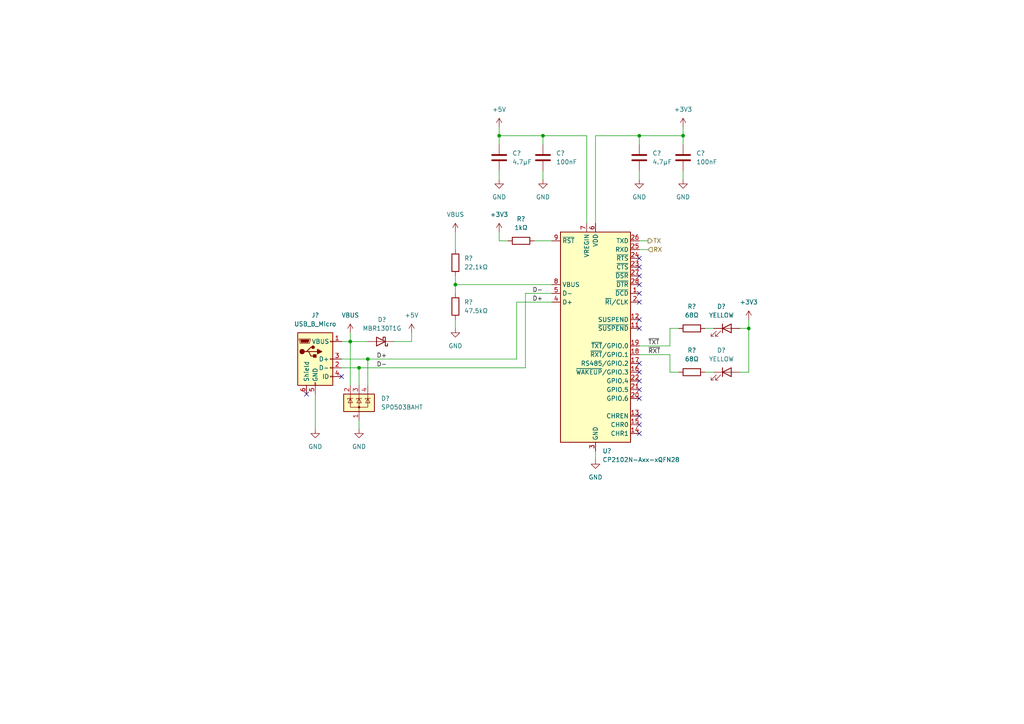
<source format=kicad_sch>
(kicad_sch (version 20211123) (generator eeschema)
  (paper "A4")
  (lib_symbols
    (symbol "Connector:USB_B_Micro" (pin_names (offset 1.016))
      (property "Reference" "J" (at -5.08 11.43 0))
      (property "Value" "USB_B_Micro" (at -5.08 8.89 0))
      (symbol "USB_B_Micro_0_1"
        (rectangle (start -5.08 -7.62) (end 5.08 7.62) (stroke (width 0.254)) (fill (type background)))
        (circle (center -3.81 2.159) (radius 0.635) (stroke (width 0.254)) (fill (type outline)))
        (circle (center -0.635 3.429) (radius 0.381) (stroke (width 0.254)) (fill (type outline)))
        (rectangle (start -0.127 -7.62) (end 0.127 -6.858))
        (polyline (pts (xy -1.905 2.159) (xy 0.635 2.159)) (stroke (width 0.254)))
        (polyline (pts (xy -3.175 2.159) (xy -2.54 2.159) (xy -1.27 3.429) (xy -0.635 3.429)) (stroke (width 0.254)))
        (polyline (pts (xy -2.54 2.159) (xy -1.905 2.159) (xy -1.27 0.889) (xy 0 0.889)) (stroke (width 0.254)))
        (polyline (pts (xy 0.635 2.794) (xy 0.635 1.524) (xy 1.905 2.159) (xy 0.635 2.794)) (stroke (width 0.254)) (fill (type outline)))
        (polyline (pts (xy -4.318 5.588) (xy -1.778 5.588) (xy -2.032 4.826) (xy -4.064 4.826) (xy -4.318 5.588)) (fill (type outline)))
        (polyline (pts (xy -4.699 5.842) (xy -4.699 5.588) (xy -4.445 4.826) (xy -4.445 4.572) (xy -1.651 4.572) (xy -1.651 4.826) (xy -1.397 5.588) (xy -1.397 5.842) (xy -4.699 5.842)))
        (rectangle (start 0.254 1.27) (end -0.508 0.508) (stroke (width 0.254)) (fill (type outline)))
        (rectangle (start 5.08 -5.207) (end 4.318 -4.953))
        (rectangle (start 5.08 -2.667) (end 4.318 -2.413))
        (rectangle (start 5.08 -0.127) (end 4.318 0.127))
        (rectangle (start 5.08 4.953) (end 4.318 5.207))
      )
      (symbol "USB_B_Micro_1_1"
        (pin power_out line (at 7.62 5.08 180) (length 2.54) (name "VBUS") (number "1"))
        (pin bidirectional line (at 7.62 -2.54 180) (length 2.54) (name "D-") (number "2"))
        (pin bidirectional line (at 7.62 0 180) (length 2.54) (name "D+") (number "3"))
        (pin passive line (at 7.62 -5.08 180) (length 2.54) (name "ID") (number "4"))
        (pin power_out line (at 0 -10.16 90) (length 2.54) (name "GND") (number "5"))
        (pin passive line (at -2.54 -10.16 90) (length 2.54) (name "Shield") (number "6"))
      )
    )
    (symbol "Device:C" (pin_numbers hide) (pin_names (offset 0.254))
      (property "Reference" "C" (at 0.635 2.54 0))
      (property "Value" "C" (at 0.635 -2.54 0))
      (symbol "C_0_1"
        (polyline (pts (xy -2.032 -0.762) (xy 2.032 -0.762)) (stroke (width 0.508)))
        (polyline (pts (xy -2.032 0.762) (xy 2.032 0.762)) (stroke (width 0.508)))
      )
      (symbol "C_1_1"
        (pin passive line (at 0 3.81 270) (length 2.794) (name "~") (number "1"))
        (pin passive line (at 0 -3.81 90) (length 2.794) (name "~") (number "2"))
      )
    )
    (symbol "Device:D_Schottky" (pin_numbers hide) (pin_names (offset 1.016) hide)
      (property "Reference" "D" (at 0 2.54 0))
      (property "Value" "D_Schottky" (at 0 -2.54 0))
      (symbol "D_Schottky_0_1"
        (polyline (pts (xy 1.27 0) (xy -1.27 0)))
        (polyline (pts (xy 1.27 1.27) (xy 1.27 -1.27) (xy -1.27 0) (xy 1.27 1.27)) (stroke (width 0.254)))
        (polyline (pts (xy -1.905 0.635) (xy -1.905 1.27) (xy -1.27 1.27) (xy -1.27 -1.27) (xy -0.635 -1.27) (xy -0.635 -0.635)) (stroke (width 0.254)))
      )
      (symbol "D_Schottky_1_1"
        (pin passive line (at -3.81 0 0) (length 2.54) (name "K") (number "1"))
        (pin passive line (at 3.81 0 180) (length 2.54) (name "A") (number "2"))
      )
    )
    (symbol "Device:LED" (pin_numbers hide) (pin_names (offset 1.016) hide)
      (property "Reference" "D" (at 0 2.54 0))
      (property "Value" "LED" (at 0 -2.54 0))
      (symbol "LED_0_1"
        (polyline (pts (xy -1.27 -1.27) (xy -1.27 1.27)) (stroke (width 0.254)))
        (polyline (pts (xy -1.27 0) (xy 1.27 0)))
        (polyline (pts (xy 1.27 -1.27) (xy 1.27 1.27) (xy -1.27 0) (xy 1.27 -1.27)) (stroke (width 0.254)))
        (polyline (pts (xy -3.048 -0.762) (xy -4.572 -2.286) (xy -3.81 -2.286) (xy -4.572 -2.286) (xy -4.572 -1.524)))
        (polyline (pts (xy -1.778 -0.762) (xy -3.302 -2.286) (xy -2.54 -2.286) (xy -3.302 -2.286) (xy -3.302 -1.524)))
      )
      (symbol "LED_1_1"
        (pin passive line (at -3.81 0 0) (length 2.54) (name "K") (number "1"))
        (pin passive line (at 3.81 0 180) (length 2.54) (name "A") (number "2"))
      )
    )
    (symbol "Device:R" (pin_numbers hide) (pin_names (offset 0))
      (property "Reference" "R" (at 2.032 0 90))
      (property "Value" "R" (at 0 0 90))
      (symbol "R_0_1"
        (rectangle (start -1.016 -2.54) (end 1.016 2.54) (stroke (width 0.254)))
      )
      (symbol "R_1_1"
        (pin passive line (at 0 3.81 270) (length 1.27) (name "~") (number "1"))
        (pin passive line (at 0 -3.81 90) (length 1.27) (name "~") (number "2"))
      )
    )
    (symbol "Interface_USB:CP2102N-Axx-xQFN28"
      (property "Reference" "U" (at -8.89 31.75 0))
      (property "Value" "CP2102N-Axx-xQFN28" (at 12.7 31.75 0))
      (symbol "CP2102N-Axx-xQFN28_0_1"
        (rectangle (start -10.16 30.48) (end 10.16 -30.48) (stroke (width 0.254)) (fill (type background)))
      )
      (symbol "CP2102N-Axx-xQFN28_1_1"
        (pin input line (at 12.7 12.7 180) (length 2.54) (name "~{DCD}") (number "1"))
        (pin no_connect line (at -10.16 -27.94 0) (length 2.54) hide (name "NC") (number "10"))
        (pin output line (at 12.7 2.54 180) (length 2.54) (name "~{SUSPEND}") (number "11"))
        (pin output line (at 12.7 5.08 180) (length 2.54) (name "SUSPEND") (number "12"))
        (pin output line (at 12.7 -22.86 180) (length 2.54) (name "CHREN") (number "13"))
        (pin output line (at 12.7 -27.94 180) (length 2.54) (name "CHR1") (number "14"))
        (pin output line (at 12.7 -25.4 180) (length 2.54) (name "CHR0") (number "15"))
        (pin bidirectional line (at 12.7 -10.16 180) (length 2.54) (name "~{WAKEUP}/GPIO.3") (number "16"))
        (pin bidirectional line (at 12.7 -7.62 180) (length 2.54) (name "RS485/GPIO.2") (number "17"))
        (pin bidirectional line (at 12.7 -5.08 180) (length 2.54) (name "~{RXT}/GPIO.1") (number "18"))
        (pin bidirectional line (at 12.7 -2.54 180) (length 2.54) (name "~{TXT}/GPIO.0") (number "19"))
        (pin bidirectional line (at 12.7 10.16 180) (length 2.54) (name "~{RI}/CLK") (number "2"))
        (pin bidirectional line (at 12.7 -17.78 180) (length 2.54) (name "GPIO.6") (number "20"))
        (pin bidirectional line (at 12.7 -15.24 180) (length 2.54) (name "GPIO.5") (number "21"))
        (pin bidirectional line (at 12.7 -12.7 180) (length 2.54) (name "GPIO.4") (number "22"))
        (pin input line (at 12.7 20.32 180) (length 2.54) (name "~{CTS}") (number "23"))
        (pin output line (at 12.7 22.86 180) (length 2.54) (name "~{RTS}") (number "24"))
        (pin input line (at 12.7 25.4 180) (length 2.54) (name "RXD") (number "25"))
        (pin output line (at 12.7 27.94 180) (length 2.54) (name "TXD") (number "26"))
        (pin input line (at 12.7 17.78 180) (length 2.54) (name "~{DSR}") (number "27"))
        (pin output line (at 12.7 15.24 180) (length 2.54) (name "~{DTR}") (number "28"))
        (pin passive line (at 0 -33.02 90) (length 2.54) hide (name "GND") (number "29"))
        (pin power_in line (at 0 -33.02 90) (length 2.54) (name "GND") (number "3"))
        (pin bidirectional line (at -12.7 10.16 0) (length 2.54) (name "D+") (number "4"))
        (pin bidirectional line (at -12.7 12.7 0) (length 2.54) (name "D-") (number "5"))
        (pin power_in line (at 0 33.02 270) (length 2.54) (name "VDD") (number "6"))
        (pin power_in line (at -2.54 33.02 270) (length 2.54) (name "VREGIN") (number "7"))
        (pin input line (at -12.7 15.24 0) (length 2.54) (name "VBUS") (number "8"))
        (pin input line (at -12.7 27.94 0) (length 2.54) (name "~{RST}") (number "9"))
      )
    )
    (symbol "Power_Protection:SP0503BAHT" (pin_names hide)
      (property "Reference" "D" (at 5.715 2.54 0))
      (property "Value" "SP0503BAHT" (at 5.715 0.635 0))
      (symbol "SP0503BAHT_0_0"
        (pin passive line (at 0 -5.08 90) (length 2.54) (name "A") (number "1"))
      )
      (symbol "SP0503BAHT_0_1"
        (rectangle (start -4.445 2.54) (end 4.445 -2.54) (stroke (width 0.254)) (fill (type background)))
        (circle (center 0 -1.27) (radius 0.254) (fill (type outline)))
        (polyline (pts (xy -2.54 2.54) (xy -2.54 1.27)))
        (polyline (pts (xy 0 -1.27) (xy 0 -2.54)))
        (polyline (pts (xy 0 -1.27) (xy 0 1.27)))
        (polyline (pts (xy 0 2.54) (xy 0 1.27)))
        (polyline (pts (xy 0.635 1.27) (xy 0.762 1.27)))
        (polyline (pts (xy 2.54 2.54) (xy 2.54 1.27)))
        (polyline (pts (xy 0.635 1.27) (xy -0.762 1.27) (xy -0.762 1.016)))
        (polyline (pts (xy -3.302 1.016) (xy -3.302 1.27) (xy -1.905 1.27) (xy -1.778 1.27)))
        (polyline (pts (xy -2.54 1.27) (xy -2.54 -1.27) (xy 2.54 -1.27) (xy 2.54 1.27)))
        (polyline (pts (xy -2.54 1.27) (xy -1.905 0) (xy -3.175 0) (xy -2.54 1.27)))
        (polyline (pts (xy 0.635 0) (xy -0.635 0) (xy 0 1.27) (xy 0.635 0)))
        (polyline (pts (xy 1.778 1.016) (xy 1.778 1.27) (xy 3.175 1.27) (xy 3.302 1.27)))
        (polyline (pts (xy 2.54 1.27) (xy 1.905 0) (xy 3.175 0) (xy 2.54 1.27)))
      )
      (symbol "SP0503BAHT_1_1"
        (pin passive line (at -2.54 5.08 270) (length 2.54) (name "K") (number "2"))
        (pin passive line (at 0 5.08 270) (length 2.54) (name "K") (number "3"))
        (pin passive line (at 2.54 5.08 270) (length 2.54) (name "K") (number "4"))
      )
    )
    (symbol "power:+3V3" (power) (pin_names (offset 0))
      (property "Value" "+3V3" (at 0 3.556 0))
      (symbol "+3V3_0_1"
        (polyline (pts (xy -0.762 1.27) (xy 0 2.54)))
        (polyline (pts (xy 0 0) (xy 0 2.54)))
        (polyline (pts (xy 0 2.54) (xy 0.762 1.27)))
      )
      (symbol "+3V3_1_1"
        (pin power_in line (at 0 0 90) (length 0) hide (name "+3V3") (number "1"))
      )
    )
    (symbol "power:+5V" (power) (pin_names (offset 0))
      (property "Value" "+5V" (at 0 3.556 0))
      (symbol "+5V_0_1"
        (polyline (pts (xy -0.762 1.27) (xy 0 2.54)))
        (polyline (pts (xy 0 0) (xy 0 2.54)))
        (polyline (pts (xy 0 2.54) (xy 0.762 1.27)))
      )
      (symbol "+5V_1_1"
        (pin power_in line (at 0 0 90) (length 0) hide (name "+5V") (number "1"))
      )
    )
    (symbol "power:GND" (power) (pin_names (offset 0))
      (property "Value" "GND" (at 0 -3.81 0))
      (symbol "GND_0_1"
        (polyline (pts (xy 0 0) (xy 0 -1.27) (xy 1.27 -1.27) (xy 0 -2.54) (xy -1.27 -1.27) (xy 0 -1.27)))
      )
      (symbol "GND_1_1"
        (pin power_in line (at 0 0 270) (length 0) hide (name "GND") (number "1"))
      )
    )
    (symbol "power:VBUS" (power) (pin_names (offset 0))
      (property "Value" "VBUS" (at 0 3.81 0))
      (symbol "VBUS_0_1"
        (polyline (pts (xy -0.762 1.27) (xy 0 2.54)))
        (polyline (pts (xy 0 0) (xy 0 2.54)))
        (polyline (pts (xy 0 2.54) (xy 0.762 1.27)))
      )
      (symbol "VBUS_1_1"
        (pin power_in line (at 0 0 90) (length 0) hide (name "VBUS") (number "1"))
      )
    )
  )
  (junction (at 106.68 104.14))
  (junction (at 157.48 39.37))
  (junction (at 144.78 39.37))
  (junction (at 198.12 39.37))
  (junction (at 185.42 39.37))
  (junction (at 132.08 82.55))
  (junction (at 217.17 95.25))
  (junction (at 101.6 99.06))
  (junction (at 104.14 106.68))
  (no_connect (at 185.42 74.93))
  (no_connect (at 185.42 120.65))
  (no_connect (at 185.42 80.01))
  (no_connect (at 88.9 114.3))
  (no_connect (at 185.42 115.57))
  (no_connect (at 185.42 123.19))
  (no_connect (at 185.42 125.73))
  (no_connect (at 185.42 107.95))
  (no_connect (at 185.42 87.63))
  (no_connect (at 185.42 82.55))
  (no_connect (at 185.42 92.71))
  (no_connect (at 185.42 110.49))
  (no_connect (at 185.42 95.25))
  (no_connect (at 185.42 105.41))
  (no_connect (at 185.42 113.03))
  (no_connect (at 185.42 85.09))
  (no_connect (at 99.06 109.22))
  (no_connect (at 185.42 77.47))
  (wire (pts (xy 132.08 82.55) (xy 132.08 85.09)))
  (wire (pts (xy 160.02 87.63) (xy 149.86 87.63)))
  (wire (pts (xy 185.42 69.85) (xy 187.96 69.85)))
  (wire (pts (xy 198.12 41.91) (xy 198.12 39.37)))
  (wire (pts (xy 149.86 87.63) (xy 149.86 104.14)))
  (wire (pts (xy 101.6 99.06) (xy 101.6 111.76)))
  (wire (pts (xy 104.14 121.92) (xy 104.14 124.46)))
  (wire (pts (xy 154.94 69.85) (xy 160.02 69.85)))
  (wire (pts (xy 119.38 96.52) (xy 119.38 99.06)))
  (wire (pts (xy 157.48 39.37) (xy 157.48 41.91)))
  (wire (pts (xy 144.78 39.37) (xy 157.48 39.37)))
  (wire (pts (xy 106.68 104.14) (xy 106.68 111.76)))
  (wire (pts (xy 196.85 95.25) (xy 194.31 95.25)))
  (wire (pts (xy 99.06 99.06) (xy 101.6 99.06)))
  (wire (pts (xy 160.02 85.09) (xy 152.4 85.09)))
  (wire (pts (xy 99.06 106.68) (xy 104.14 106.68)))
  (wire (pts (xy 101.6 96.52) (xy 101.6 99.06)))
  (wire (pts (xy 99.06 104.14) (xy 106.68 104.14)))
  (wire (pts (xy 196.85 107.95) (xy 194.31 107.95)))
  (wire (pts (xy 217.17 95.25) (xy 214.63 95.25)))
  (wire (pts (xy 91.44 114.3) (xy 91.44 124.46)))
  (wire (pts (xy 144.78 49.53) (xy 144.78 52.07)))
  (wire (pts (xy 185.42 102.87) (xy 194.31 102.87)))
  (wire (pts (xy 132.08 92.71) (xy 132.08 95.25)))
  (wire (pts (xy 104.14 106.68) (xy 152.4 106.68)))
  (wire (pts (xy 217.17 107.95) (xy 217.17 95.25)))
  (wire (pts (xy 147.32 69.85) (xy 144.78 69.85)))
  (wire (pts (xy 119.38 99.06) (xy 114.3 99.06)))
  (wire (pts (xy 194.31 95.25) (xy 194.31 100.33)))
  (wire (pts (xy 144.78 36.83) (xy 144.78 39.37)))
  (wire (pts (xy 172.72 130.81) (xy 172.72 133.35)))
  (wire (pts (xy 214.63 107.95) (xy 217.17 107.95)))
  (wire (pts (xy 185.42 49.53) (xy 185.42 52.07)))
  (wire (pts (xy 217.17 92.71) (xy 217.17 95.25)))
  (wire (pts (xy 194.31 107.95) (xy 194.31 102.87)))
  (wire (pts (xy 157.48 39.37) (xy 170.18 39.37)))
  (wire (pts (xy 204.47 107.95) (xy 207.01 107.95)))
  (wire (pts (xy 101.6 99.06) (xy 106.68 99.06)))
  (wire (pts (xy 132.08 82.55) (xy 160.02 82.55)))
  (wire (pts (xy 172.72 39.37) (xy 172.72 64.77)))
  (wire (pts (xy 132.08 67.31) (xy 132.08 72.39)))
  (wire (pts (xy 198.12 49.53) (xy 198.12 52.07)))
  (wire (pts (xy 152.4 85.09) (xy 152.4 106.68)))
  (wire (pts (xy 106.68 104.14) (xy 149.86 104.14)))
  (wire (pts (xy 204.47 95.25) (xy 207.01 95.25)))
  (wire (pts (xy 132.08 80.01) (xy 132.08 82.55)))
  (wire (pts (xy 198.12 39.37) (xy 185.42 39.37)))
  (wire (pts (xy 144.78 39.37) (xy 144.78 41.91)))
  (wire (pts (xy 185.42 100.33) (xy 194.31 100.33)))
  (wire (pts (xy 185.42 39.37) (xy 172.72 39.37)))
  (wire (pts (xy 185.42 72.39) (xy 187.96 72.39)))
  (wire (pts (xy 157.48 49.53) (xy 157.48 52.07)))
  (wire (pts (xy 170.18 39.37) (xy 170.18 64.77)))
  (wire (pts (xy 104.14 106.68) (xy 104.14 111.76)))
  (wire (pts (xy 198.12 36.83) (xy 198.12 39.37)))
  (wire (pts (xy 144.78 67.31) (xy 144.78 69.85)))
  (wire (pts (xy 185.42 39.37) (xy 185.42 41.91)))
  (label "D+" (at 109.22 104.14 0))
  (label "D+" (at 157.48 87.63 180))
  (label "D-" (at 109.22 106.68 0))
  (label "~{TXT}" (at 187.96 100.33 0))
  (label "D-" (at 157.48 85.09 180))
  (label "~{RXT}" (at 187.96 102.87 0))
  (hierarchical_label "RX" (shape input) (at 187.96 72.39 0))
  (hierarchical_label "TX" (shape output) (at 187.96 69.85 0))
  (symbol (lib_id "Device:R") (at 200.66 107.95 90) (unit 1)
    (property "Reference" "R?" (at 200.66 101.6 90))
    (property "Value" "68Ω" (at 200.66 104.14 90))
  )
  (symbol (lib_id "Device:R") (at 132.08 88.9 0) (unit 1)
    (property "Reference" "R?" (at 134.62 87.6299 0) (effects (justify left)))
    (property "Value" "47.5kΩ" (at 134.62 90.1699 0) (effects (justify left)))
  )
  (symbol (lib_id "power:VBUS") (at 132.08 67.31 0) (unit 1)
    (property "Reference" "#PWR?" (effects hide))
    (property "Value" "VBUS" (at 132.08 62.23 0))
  )
  (symbol (lib_id "Device:LED") (at 210.82 95.25 0) (unit 1)
    (property "Reference" "D?" (at 209.2325 88.9 0))
    (property "Value" "YELLOW" (at 209.2325 91.44 0))
  )
  (symbol (lib_id "Power_Protection:SP0503BAHT") (at 104.14 116.84 0) (unit 1)
    (property "Reference" "D?" (at 110.49 115.5699 0) (effects (justify left)))
    (property "Value" "SP0503BAHT" (at 110.49 118.1099 0) (effects (justify left)))
    (property "Footprint" "Package_TO_SOT_SMD:SOT-143" (effects hide))
    (property "Datasheet" "http://www.littelfuse.com/~/media/files/littelfuse/technical%20resources/documents/data%20sheets/sp05xxba.pdf" (effects hide))
  )
  (symbol (lib_id "Device:LED") (at 210.82 107.95 0) (unit 1)
    (property "Reference" "D?" (at 209.2325 101.6 0))
    (property "Value" "YELLOW" (at 209.2325 104.14 0))
  )
  (symbol (lib_id "Device:C") (at 185.42 45.72 0) (unit 1)
    (property "Reference" "C?" (at 189.23 44.4499 0) (effects (justify left)))
    (property "Value" "4.7µF" (at 189.23 46.9899 0) (effects (justify left)))
  )
  (symbol (lib_id "Device:C") (at 157.48 45.72 0) (unit 1)
    (property "Reference" "C?" (at 161.29 44.4499 0) (effects (justify left)))
    (property "Value" "100nF" (at 161.29 46.9899 0) (effects (justify left)))
  )
  (symbol (lib_id "Device:C") (at 144.78 45.72 0) (unit 1)
    (property "Reference" "C?" (at 148.59 44.4499 0) (effects (justify left)))
    (property "Value" "4.7µF" (at 148.59 46.9899 0) (effects (justify left)))
  )
  (symbol (lib_id "power:GND") (at 132.08 95.25 0) (unit 1)
    (property "Reference" "#PWR?" (effects hide))
    (property "Value" "GND" (at 132.08 100.33 0))
  )
  (symbol (lib_id "Device:R") (at 132.08 76.2 0) (unit 1)
    (property "Reference" "R?" (at 134.62 74.9299 0) (effects (justify left)))
    (property "Value" "22.1kΩ" (at 134.62 77.4699 0) (effects (justify left)))
  )
  (symbol (lib_id "Device:R") (at 151.13 69.85 90) (unit 1)
    (property "Reference" "R?" (at 151.13 63.5 90))
    (property "Value" "1kΩ" (at 151.13 66.04 90))
  )
  (symbol (lib_id "power:GND") (at 144.78 52.07 0) (unit 1)
    (property "Reference" "#PWR?" (effects hide))
    (property "Value" "GND" (at 144.78 57.15 0))
  )
  (symbol (lib_id "power:+3V3") (at 144.78 67.31 0) (unit 1)
    (property "Reference" "#PWR?" (effects hide))
    (property "Value" "+3V3" (at 144.78 62.23 0))
  )
  (symbol (lib_id "Device:R") (at 200.66 95.25 90) (unit 1)
    (property "Reference" "R?" (at 200.66 88.9 90))
    (property "Value" "68Ω" (at 200.66 91.44 90))
  )
  (symbol (lib_id "Connector:USB_B_Micro") (at 91.44 104.14 0) (unit 1)
    (property "Reference" "J?" (at 91.44 91.44 0))
    (property "Value" "USB_B_Micro" (at 91.44 93.98 0))
  )
  (symbol (lib_id "power:GND") (at 172.72 133.35 0) (unit 1)
    (property "Reference" "#PWR?" (effects hide))
    (property "Value" "GND" (at 172.72 138.43 0))
  )
  (symbol (lib_id "power:VBUS") (at 101.6 96.52 0) (unit 1)
    (property "Reference" "#PWR?" (effects hide))
    (property "Value" "VBUS" (at 101.6 91.44 0))
  )
  (symbol (lib_id "power:GND") (at 157.48 52.07 0) (unit 1)
    (property "Reference" "#PWR?" (effects hide))
    (property "Value" "GND" (at 157.48 57.15 0))
  )
  (symbol (lib_id "power:+5V") (at 119.38 96.52 0) (unit 1)
    (property "Reference" "#PWR?" (effects hide))
    (property "Value" "+5V" (at 119.38 91.44 0))
  )
  (symbol (lib_id "power:GND") (at 198.12 52.07 0) (unit 1)
    (property "Reference" "#PWR?" (effects hide))
    (property "Value" "GND" (at 198.12 57.15 0))
  )
  (symbol (lib_id "power:GND") (at 104.14 124.46 0) (unit 1)
    (property "Reference" "#PWR?" (effects hide))
    (property "Value" "GND" (at 104.14 129.54 0))
  )
  (symbol (lib_id "power:GND") (at 91.44 124.46 0) (unit 1)
    (property "Reference" "#PWR?" (effects hide))
    (property "Value" "GND" (at 91.44 129.54 0))
  )
  (symbol (lib_id "Interface_USB:CP2102N-Axx-xQFN28") (at 172.72 97.79 0) (unit 1)
    (property "Reference" "U?" (at 174.7394 130.81 0) (effects (justify left)))
    (property "Value" "CP2102N-Axx-xQFN28" (at 174.7394 133.35 0) (effects (justify left)))
    (property "Footprint" "Package_DFN_QFN:QFN-28-1EP_5x5mm_P0.5mm_EP3.35x3.35mm" (effects hide))
    (property "Datasheet" "https://www.silabs.com/documents/public/data-sheets/cp2102n-datasheet.pdf" (effects hide))
  )
  (symbol (lib_id "power:+3V3") (at 217.17 92.71 0) (unit 1)
    (property "Reference" "#PWR?" (effects hide))
    (property "Value" "+3V3" (at 217.17 87.63 0))
  )
  (symbol (lib_id "power:GND") (at 185.42 52.07 0) (unit 1)
    (property "Reference" "#PWR?" (effects hide))
    (property "Value" "GND" (at 185.42 57.15 0))
  )
  (symbol (lib_id "Device:D_Schottky") (at 110.49 99.06 180) (unit 1)
    (property "Reference" "D?" (at 110.8075 92.71 0))
    (property "Value" "MBR130T1G" (at 110.8075 95.25 0))
  )
  (symbol (lib_id "power:+5V") (at 144.78 36.83 0) (unit 1)
    (property "Reference" "#PWR?" (effects hide))
    (property "Value" "+5V" (at 144.78 31.75 0))
  )
  (symbol (lib_id "Device:C") (at 198.12 45.72 0) (unit 1)
    (property "Reference" "C?" (at 201.93 44.4499 0) (effects (justify left)))
    (property "Value" "100nF" (at 201.93 46.9899 0) (effects (justify left)))
  )
  (symbol (lib_id "power:+3V3") (at 198.12 36.83 0) (unit 1)
    (property "Reference" "#PWR?" (effects hide))
    (property "Value" "+3V3" (at 198.12 31.75 0))
  )
)
</source>
